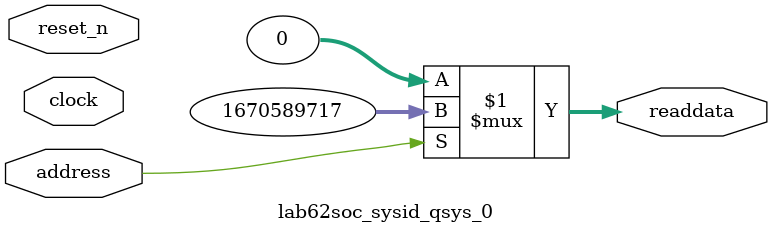
<source format=v>



// synthesis translate_off
`timescale 1ns / 1ps
// synthesis translate_on

// turn off superfluous verilog processor warnings 
// altera message_level Level1 
// altera message_off 10034 10035 10036 10037 10230 10240 10030 

module lab62soc_sysid_qsys_0 (
               // inputs:
                address,
                clock,
                reset_n,

               // outputs:
                readdata
             )
;

  output  [ 31: 0] readdata;
  input            address;
  input            clock;
  input            reset_n;

  wire    [ 31: 0] readdata;
  //control_slave, which is an e_avalon_slave
  assign readdata = address ? 1670589717 : 0;

endmodule



</source>
